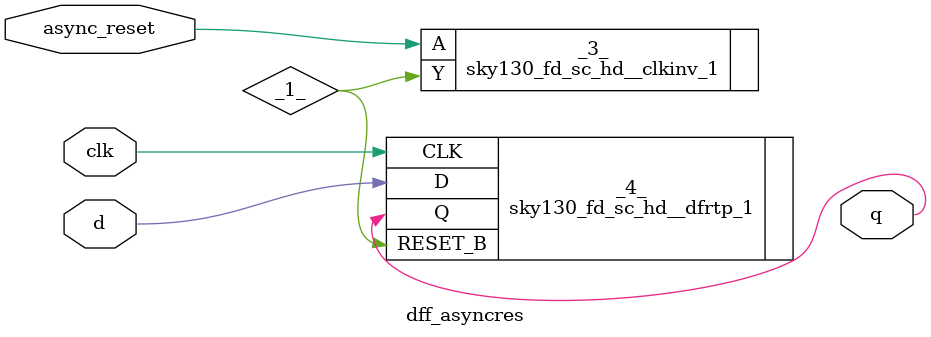
<source format=v>
/* Generated by Yosys 0.7 (git sha1 61f6811, gcc 6.2.0-11ubuntu1 -O2 -fdebug-prefix-map=/build/yosys-OIL3SR/yosys-0.7=. -fstack-protector-strong -fPIC -Os) */

module dff_asyncres(clk, async_reset, d, q);
  wire _0_;
  wire _1_;
  wire _2_;
  input async_reset;
  input clk;
  input d;
  output q;
  sky130_fd_sc_hd__clkinv_1 _3_ (
    .A(_0_),
    .Y(_1_)
  );
  sky130_fd_sc_hd__dfrtp_1 _4_ (
    .CLK(clk),
    .D(d),
    .Q(q),
    .RESET_B(_2_)
  );
  assign _0_ = async_reset;
  assign _2_ = _1_;
endmodule

</source>
